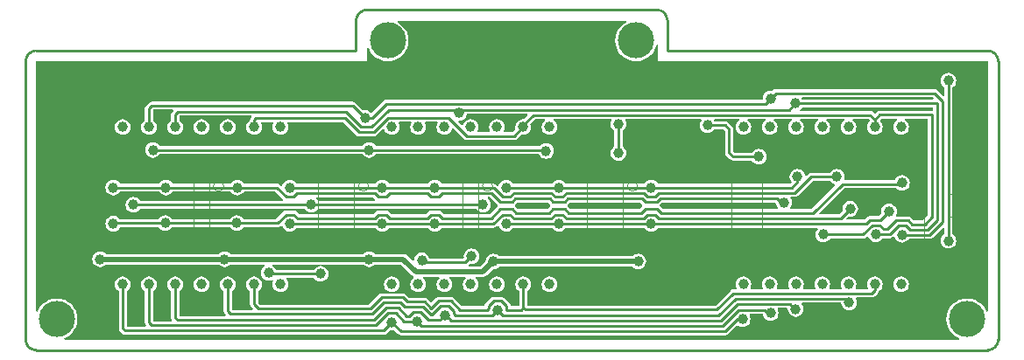
<source format=gtl>
G04 Layer_Physical_Order=1*
G04 Layer_Color=255*
%FSLAX42Y42*%
%MOMM*%
G71*
G01*
G75*
%ADD10C,0.25*%
%ADD11C,0.50*%
%ADD12C,0.25*%
%ADD13C,0.10*%
%ADD14C,3.50*%
%ADD15C,1.00*%
G36*
X5807Y3177D02*
X5788Y3167D01*
X5758Y3142D01*
X5733Y3112D01*
X5714Y3077D01*
X5703Y3039D01*
X5699Y3000D01*
X5703Y2961D01*
X5714Y2923D01*
X5733Y2888D01*
X5758Y2858D01*
X5788Y2833D01*
X5823Y2814D01*
X5861Y2802D01*
X5900Y2799D01*
X5939Y2802D01*
X5977Y2814D01*
X6012Y2833D01*
X6042Y2858D01*
X6067Y2888D01*
X6086Y2923D01*
X6098Y2961D01*
X6110Y2959D01*
Y2800D01*
X9300D01*
Y375D01*
X9287Y373D01*
X9286Y377D01*
X9267Y412D01*
X9242Y442D01*
X9212Y467D01*
X9177Y486D01*
X9139Y498D01*
X9100Y501D01*
X9061Y498D01*
X9023Y486D01*
X8988Y467D01*
X8958Y442D01*
X8933Y412D01*
X8914Y377D01*
X8903Y339D01*
X8899Y300D01*
X8903Y261D01*
X8914Y223D01*
X8933Y188D01*
X8958Y158D01*
X8988Y133D01*
X9023Y114D01*
X9027Y113D01*
X9025Y100D01*
X375D01*
X373Y113D01*
X377Y114D01*
X412Y133D01*
X442Y158D01*
X467Y188D01*
X486Y223D01*
X498Y261D01*
X501Y300D01*
X498Y339D01*
X486Y377D01*
X467Y412D01*
X442Y442D01*
X412Y467D01*
X377Y486D01*
X339Y498D01*
X300Y501D01*
X261Y498D01*
X223Y486D01*
X188Y467D01*
X158Y442D01*
X133Y412D01*
X114Y377D01*
X113Y373D01*
X100Y375D01*
Y2800D01*
X3300D01*
Y2925D01*
X3313Y2927D01*
X3314Y2923D01*
X3333Y2888D01*
X3358Y2858D01*
X3388Y2833D01*
X3423Y2814D01*
X3461Y2802D01*
X3500Y2799D01*
X3539Y2802D01*
X3577Y2814D01*
X3612Y2833D01*
X3642Y2858D01*
X3667Y2888D01*
X3686Y2923D01*
X3698Y2961D01*
X3701Y3000D01*
X3698Y3039D01*
X3686Y3077D01*
X3667Y3112D01*
X3642Y3142D01*
X3612Y3167D01*
X3593Y3177D01*
X3597Y3190D01*
X5803D01*
X5807Y3177D01*
D02*
G37*
%LPC*%
G36*
X5062Y714D02*
X5042Y711D01*
X5024Y704D01*
X5008Y692D01*
X4996Y676D01*
X4989Y658D01*
X4986Y638D01*
X4989Y618D01*
X4996Y600D01*
X5008Y584D01*
X5024Y572D01*
X5042Y565D01*
X5062Y562D01*
X5082Y565D01*
X5100Y572D01*
X5116Y584D01*
X5128Y600D01*
X5135Y618D01*
X5138Y638D01*
X5135Y658D01*
X5128Y676D01*
X5116Y692D01*
X5100Y704D01*
X5082Y711D01*
X5062Y714D01*
D02*
G37*
G36*
X3320Y2016D02*
X3300Y2013D01*
X3282Y2006D01*
X3266Y1994D01*
X3255Y1979D01*
X1295D01*
X1284Y1994D01*
X1268Y2006D01*
X1250Y2013D01*
X1230Y2016D01*
X1210Y2013D01*
X1192Y2006D01*
X1176Y1994D01*
X1164Y1978D01*
X1157Y1960D01*
X1154Y1940D01*
X1157Y1920D01*
X1164Y1902D01*
X1176Y1886D01*
X1192Y1874D01*
X1210Y1867D01*
X1230Y1864D01*
X1250Y1867D01*
X1268Y1874D01*
X1284Y1886D01*
X1295Y1901D01*
X3255D01*
X3266Y1886D01*
X3282Y1874D01*
X3300Y1867D01*
X3320Y1864D01*
X3340Y1867D01*
X3358Y1874D01*
X3374Y1886D01*
X3385Y1901D01*
X4960D01*
X4964Y1892D01*
X4976Y1876D01*
X4992Y1864D01*
X5010Y1857D01*
X5030Y1854D01*
X5050Y1857D01*
X5068Y1864D01*
X5084Y1876D01*
X5096Y1892D01*
X5103Y1910D01*
X5106Y1930D01*
X5103Y1950D01*
X5096Y1968D01*
X5084Y1984D01*
X5068Y1996D01*
X5050Y2003D01*
X5030Y2006D01*
X5010Y2003D01*
X4992Y1996D01*
X4976Y1984D01*
X4972Y1979D01*
X3385D01*
X3374Y1994D01*
X3358Y2006D01*
X3340Y2013D01*
X3320Y2016D01*
D02*
G37*
G36*
X938Y2238D02*
X918Y2235D01*
X900Y2228D01*
X884Y2216D01*
X872Y2200D01*
X865Y2182D01*
X862Y2162D01*
X865Y2142D01*
X872Y2124D01*
X884Y2108D01*
X900Y2096D01*
X918Y2089D01*
X938Y2086D01*
X958Y2089D01*
X976Y2096D01*
X992Y2108D01*
X1004Y2124D01*
X1011Y2142D01*
X1014Y2162D01*
X1011Y2182D01*
X1004Y2200D01*
X992Y2216D01*
X976Y2228D01*
X958Y2235D01*
X938Y2238D01*
D02*
G37*
G36*
X4310Y986D02*
X4290Y983D01*
X4272Y976D01*
X4256Y964D01*
X4244Y948D01*
X4237Y930D01*
X4234Y910D01*
X4235Y901D01*
X4224Y889D01*
X3904D01*
X3903Y890D01*
X3896Y908D01*
X3884Y924D01*
X3868Y936D01*
X3850Y943D01*
X3830Y946D01*
X3810Y943D01*
X3792Y936D01*
X3776Y924D01*
X3764Y908D01*
X3757Y890D01*
X3754Y870D01*
X3754Y866D01*
X3742Y860D01*
X3685Y917D01*
X3669Y928D01*
X3649Y932D01*
X3375D01*
X3373Y935D01*
X3357Y947D01*
X3339Y954D01*
X3319Y957D01*
X3299Y954D01*
X3281Y947D01*
X3265Y935D01*
X3263Y932D01*
X1977D01*
X1975Y935D01*
X1959Y947D01*
X1941Y954D01*
X1921Y957D01*
X1901Y954D01*
X1883Y947D01*
X1867Y935D01*
X1865Y932D01*
X775D01*
X773Y935D01*
X757Y947D01*
X739Y954D01*
X719Y957D01*
X699Y954D01*
X681Y947D01*
X665Y935D01*
X653Y919D01*
X646Y901D01*
X643Y881D01*
X646Y861D01*
X653Y843D01*
X665Y827D01*
X681Y815D01*
X699Y808D01*
X719Y805D01*
X739Y808D01*
X757Y815D01*
X773Y827D01*
X775Y830D01*
X1865D01*
X1867Y827D01*
X1883Y815D01*
X1901Y808D01*
X1921Y805D01*
X1941Y808D01*
X1959Y815D01*
X1975Y827D01*
X1977Y830D01*
X2312D01*
X2315Y817D01*
X2312Y816D01*
X2296Y804D01*
X2284Y788D01*
X2277Y770D01*
X2274Y750D01*
X2277Y730D01*
X2284Y712D01*
X2296Y696D01*
X2312Y684D01*
X2330Y677D01*
X2350Y674D01*
X2370Y677D01*
X2386Y683D01*
X2391Y679D01*
X2395Y674D01*
X2389Y658D01*
X2386Y638D01*
X2389Y618D01*
X2396Y600D01*
X2408Y584D01*
X2424Y572D01*
X2442Y565D01*
X2462Y562D01*
X2482Y565D01*
X2500Y572D01*
X2516Y584D01*
X2528Y600D01*
X2535Y618D01*
X2538Y638D01*
X2535Y658D01*
X2528Y676D01*
X2518Y688D01*
X2523Y701D01*
X2785D01*
X2796Y686D01*
X2812Y674D01*
X2830Y667D01*
X2850Y664D01*
X2870Y667D01*
X2888Y674D01*
X2904Y686D01*
X2916Y702D01*
X2923Y720D01*
X2926Y740D01*
X2923Y760D01*
X2916Y778D01*
X2904Y794D01*
X2888Y806D01*
X2870Y813D01*
X2850Y816D01*
X2830Y813D01*
X2812Y806D01*
X2796Y794D01*
X2785Y779D01*
X2420D01*
X2416Y788D01*
X2404Y804D01*
X2388Y816D01*
X2385Y817D01*
X2388Y830D01*
X3263D01*
X3265Y827D01*
X3281Y815D01*
X3299Y808D01*
X3319Y805D01*
X3339Y808D01*
X3357Y815D01*
X3373Y827D01*
X3375Y830D01*
X3628D01*
X3734Y724D01*
X3748Y714D01*
X3749Y704D01*
X3749Y700D01*
X3738Y692D01*
X3726Y676D01*
X3719Y658D01*
X3716Y638D01*
X3719Y618D01*
X3726Y600D01*
X3738Y584D01*
X3754Y572D01*
X3772Y565D01*
X3792Y562D01*
X3812Y565D01*
X3830Y572D01*
X3846Y584D01*
X3858Y600D01*
X3865Y618D01*
X3868Y638D01*
X3865Y658D01*
X3858Y676D01*
X3846Y692D01*
X3840Y696D01*
X3845Y709D01*
X3993D01*
X3998Y696D01*
X3992Y692D01*
X3980Y676D01*
X3973Y658D01*
X3970Y638D01*
X3973Y618D01*
X3980Y600D01*
X3992Y584D01*
X4008Y572D01*
X4026Y565D01*
X4046Y562D01*
X4066Y565D01*
X4084Y572D01*
X4100Y584D01*
X4112Y600D01*
X4119Y618D01*
X4122Y638D01*
X4119Y658D01*
X4112Y676D01*
X4100Y692D01*
X4094Y696D01*
X4099Y709D01*
X4247D01*
X4252Y696D01*
X4246Y692D01*
X4234Y676D01*
X4227Y658D01*
X4224Y638D01*
X4227Y618D01*
X4234Y600D01*
X4246Y584D01*
X4262Y572D01*
X4280Y565D01*
X4300Y562D01*
X4320Y565D01*
X4338Y572D01*
X4354Y584D01*
X4366Y600D01*
X4373Y618D01*
X4376Y638D01*
X4373Y658D01*
X4366Y676D01*
X4354Y692D01*
X4348Y696D01*
X4353Y709D01*
X4420D01*
X4440Y713D01*
X4456Y724D01*
X4517Y784D01*
X4520Y784D01*
X4540Y787D01*
X4558Y794D01*
X4574Y806D01*
X4576Y809D01*
X5864D01*
X5866Y806D01*
X5882Y794D01*
X5900Y787D01*
X5920Y784D01*
X5940Y787D01*
X5958Y794D01*
X5974Y806D01*
X5986Y822D01*
X5993Y840D01*
X5996Y860D01*
X5993Y880D01*
X5986Y898D01*
X5974Y914D01*
X5958Y926D01*
X5940Y933D01*
X5920Y936D01*
X5900Y933D01*
X5882Y926D01*
X5866Y914D01*
X5864Y911D01*
X4576D01*
X4574Y914D01*
X4558Y926D01*
X4540Y933D01*
X4520Y936D01*
X4500Y933D01*
X4482Y926D01*
X4466Y914D01*
X4454Y898D01*
X4447Y880D01*
X4444Y860D01*
X4444Y857D01*
X4399Y811D01*
X4284D01*
X4280Y818D01*
X4279Y824D01*
X4291Y836D01*
X4310Y834D01*
X4330Y837D01*
X4348Y844D01*
X4364Y856D01*
X4376Y872D01*
X4383Y890D01*
X4386Y910D01*
X4383Y930D01*
X4376Y948D01*
X4364Y964D01*
X4348Y976D01*
X4330Y983D01*
X4310Y986D01*
D02*
G37*
G36*
X8208Y714D02*
X8188Y711D01*
X8170Y704D01*
X8154Y692D01*
X8142Y676D01*
X8135Y658D01*
X8132Y638D01*
X8135Y618D01*
X8142Y601D01*
X8137Y590D01*
X8137Y589D01*
X8025D01*
X8025Y590D01*
X8020Y601D01*
X8027Y618D01*
X8030Y638D01*
X8027Y658D01*
X8020Y676D01*
X8008Y692D01*
X7992Y704D01*
X7974Y711D01*
X7954Y714D01*
X7934Y711D01*
X7916Y704D01*
X7900Y692D01*
X7888Y676D01*
X7881Y658D01*
X7878Y638D01*
X7881Y618D01*
X7888Y601D01*
X7883Y590D01*
X7883Y589D01*
X7771D01*
X7771Y590D01*
X7766Y601D01*
X7773Y618D01*
X7776Y638D01*
X7773Y658D01*
X7766Y676D01*
X7754Y692D01*
X7738Y704D01*
X7720Y711D01*
X7700Y714D01*
X7680Y711D01*
X7662Y704D01*
X7646Y692D01*
X7634Y676D01*
X7627Y658D01*
X7624Y638D01*
X7627Y618D01*
X7634Y601D01*
X7629Y590D01*
X7629Y589D01*
X7517D01*
X7517Y590D01*
X7512Y601D01*
X7519Y618D01*
X7522Y638D01*
X7519Y658D01*
X7512Y676D01*
X7500Y692D01*
X7484Y704D01*
X7466Y711D01*
X7446Y714D01*
X7426Y711D01*
X7408Y704D01*
X7392Y692D01*
X7380Y676D01*
X7373Y658D01*
X7370Y638D01*
X7373Y618D01*
X7380Y601D01*
X7375Y590D01*
X7375Y589D01*
X7263D01*
X7263Y590D01*
X7258Y601D01*
X7265Y618D01*
X7268Y638D01*
X7265Y658D01*
X7258Y676D01*
X7246Y692D01*
X7230Y704D01*
X7212Y711D01*
X7192Y714D01*
X7172Y711D01*
X7154Y704D01*
X7138Y692D01*
X7126Y676D01*
X7119Y658D01*
X7116Y638D01*
X7119Y618D01*
X7125Y602D01*
X7120Y590D01*
X7113D01*
X7108Y589D01*
X7009D01*
X7009Y590D01*
X7004Y601D01*
X7011Y618D01*
X7014Y638D01*
X7011Y658D01*
X7004Y676D01*
X6992Y692D01*
X6976Y704D01*
X6958Y711D01*
X6938Y714D01*
X6918Y711D01*
X6900Y704D01*
X6884Y692D01*
X6872Y676D01*
X6865Y658D01*
X6862Y638D01*
X6865Y618D01*
X6872Y601D01*
X6867Y590D01*
X6867Y589D01*
X6840D01*
X6825Y586D01*
X6812Y577D01*
X6665Y430D01*
X4847D01*
Y573D01*
X4862Y584D01*
X4874Y600D01*
X4881Y618D01*
X4884Y638D01*
X4881Y658D01*
X4874Y676D01*
X4862Y692D01*
X4846Y704D01*
X4828Y711D01*
X4808Y714D01*
X4788Y711D01*
X4770Y704D01*
X4754Y692D01*
X4742Y676D01*
X4735Y658D01*
X4732Y638D01*
X4735Y618D01*
X4742Y600D01*
X4754Y584D01*
X4769Y573D01*
Y429D01*
X4686D01*
X4684Y441D01*
X4676Y454D01*
X4624Y506D01*
X4611Y514D01*
X4596Y517D01*
X4524D01*
X4509Y514D01*
X4496Y506D01*
X4444Y454D01*
X4436Y441D01*
X4434Y429D01*
X4213D01*
X4135Y506D01*
X4122Y515D01*
X4108Y518D01*
X4096D01*
X4090Y519D01*
X4084Y518D01*
X3992D01*
X3978Y515D01*
X3965Y506D01*
X3921Y462D01*
X3886Y497D01*
X3873Y506D01*
X3859Y509D01*
X3702D01*
X3672Y538D01*
X3660Y546D01*
X3645Y549D01*
X3440D01*
X3426Y546D01*
X3413Y538D01*
X3314Y439D01*
X2266D01*
X2247Y458D01*
Y573D01*
X2262Y584D01*
X2274Y600D01*
X2281Y618D01*
X2284Y638D01*
X2281Y658D01*
X2274Y676D01*
X2262Y692D01*
X2246Y704D01*
X2228Y711D01*
X2208Y714D01*
X2188Y711D01*
X2170Y704D01*
X2154Y692D01*
X2142Y676D01*
X2135Y658D01*
X2132Y638D01*
X2135Y618D01*
X2142Y600D01*
X2154Y584D01*
X2169Y573D01*
Y442D01*
X2172Y427D01*
X2181Y415D01*
X2195Y400D01*
X2190Y388D01*
X1997D01*
X1993Y392D01*
Y573D01*
X2008Y584D01*
X2020Y600D01*
X2027Y618D01*
X2030Y638D01*
X2027Y658D01*
X2020Y676D01*
X2008Y692D01*
X1992Y704D01*
X1974Y711D01*
X1954Y714D01*
X1934Y711D01*
X1916Y704D01*
X1900Y692D01*
X1888Y676D01*
X1881Y658D01*
X1878Y638D01*
X1881Y618D01*
X1888Y600D01*
X1900Y584D01*
X1915Y573D01*
Y376D01*
X1918Y361D01*
X1927Y349D01*
X1934Y341D01*
X1929Y330D01*
X1485D01*
X1485Y330D01*
Y573D01*
X1500Y584D01*
X1512Y600D01*
X1519Y618D01*
X1522Y638D01*
X1519Y658D01*
X1512Y676D01*
X1500Y692D01*
X1484Y704D01*
X1466Y711D01*
X1446Y714D01*
X1426Y711D01*
X1408Y704D01*
X1392Y692D01*
X1380Y676D01*
X1373Y658D01*
X1370Y638D01*
X1373Y618D01*
X1380Y600D01*
X1392Y584D01*
X1407Y573D01*
Y314D01*
X1410Y299D01*
X1415Y292D01*
X1409Y279D01*
X1236D01*
X1231Y284D01*
Y573D01*
X1246Y584D01*
X1258Y600D01*
X1265Y618D01*
X1268Y638D01*
X1265Y658D01*
X1258Y676D01*
X1246Y692D01*
X1230Y704D01*
X1212Y711D01*
X1192Y714D01*
X1172Y711D01*
X1154Y704D01*
X1138Y692D01*
X1126Y676D01*
X1119Y658D01*
X1116Y638D01*
X1119Y618D01*
X1126Y600D01*
X1138Y584D01*
X1153Y573D01*
Y268D01*
X1156Y253D01*
X1165Y241D01*
X1166Y239D01*
X1161Y227D01*
X979D01*
Y574D01*
X992Y584D01*
X1004Y600D01*
X1011Y618D01*
X1014Y638D01*
X1011Y658D01*
X1004Y676D01*
X992Y692D01*
X976Y704D01*
X958Y711D01*
X938Y714D01*
X918Y711D01*
X900Y704D01*
X884Y692D01*
X872Y676D01*
X865Y658D01*
X862Y638D01*
X865Y618D01*
X872Y600D01*
X884Y584D01*
X900Y572D01*
X901Y572D01*
Y210D01*
X904Y195D01*
X913Y183D01*
X934Y161D01*
X947Y153D01*
X962Y150D01*
X3458D01*
X3473Y153D01*
X3486Y161D01*
X3521Y196D01*
X3540Y194D01*
X3559Y196D01*
X3599Y156D01*
X3612Y147D01*
X3627Y144D01*
X6763D01*
X6778Y147D01*
X6791Y156D01*
X6879Y244D01*
X6892Y234D01*
X6910Y227D01*
X6930Y224D01*
X6950Y227D01*
X6968Y234D01*
X6984Y246D01*
X6996Y262D01*
X7003Y280D01*
X7006Y300D01*
X7003Y320D01*
X6996Y337D01*
X7001Y348D01*
X7001Y349D01*
X7125D01*
X7127Y340D01*
X7134Y322D01*
X7146Y306D01*
X7162Y294D01*
X7180Y287D01*
X7200Y284D01*
X7220Y287D01*
X7238Y294D01*
X7254Y306D01*
X7266Y322D01*
X7273Y340D01*
X7276Y360D01*
X7273Y380D01*
X7266Y397D01*
X7271Y408D01*
X7271Y409D01*
X7359D01*
X7367Y400D01*
X7367Y398D01*
X7370Y378D01*
X7377Y360D01*
X7389Y344D01*
X7405Y332D01*
X7423Y324D01*
X7443Y321D01*
X7463Y324D01*
X7481Y332D01*
X7497Y344D01*
X7509Y360D01*
X7517Y378D01*
X7519Y398D01*
X7517Y417D01*
X7509Y436D01*
X7500Y448D01*
X7505Y460D01*
X7884D01*
X7884Y460D01*
X7887Y440D01*
X7894Y422D01*
X7906Y406D01*
X7922Y394D01*
X7940Y387D01*
X7960Y384D01*
X7980Y387D01*
X7998Y394D01*
X8014Y406D01*
X8026Y422D01*
X8033Y440D01*
X8036Y460D01*
X8033Y480D01*
X8026Y498D01*
X8025Y500D01*
X8030Y511D01*
X8180D01*
X8195Y514D01*
X8207Y522D01*
X8235Y551D01*
X8244Y563D01*
X8246Y572D01*
X8246Y572D01*
X8262Y584D01*
X8274Y600D01*
X8281Y618D01*
X8284Y638D01*
X8281Y658D01*
X8274Y676D01*
X8262Y692D01*
X8246Y704D01*
X8228Y711D01*
X8208Y714D01*
D02*
G37*
G36*
X8462D02*
X8442Y711D01*
X8424Y704D01*
X8408Y692D01*
X8396Y676D01*
X8389Y658D01*
X8386Y638D01*
X8389Y618D01*
X8396Y600D01*
X8408Y584D01*
X8424Y572D01*
X8442Y565D01*
X8462Y562D01*
X8482Y565D01*
X8500Y572D01*
X8516Y584D01*
X8528Y600D01*
X8535Y618D01*
X8538Y638D01*
X8535Y658D01*
X8528Y676D01*
X8516Y692D01*
X8500Y704D01*
X8482Y711D01*
X8462Y714D01*
D02*
G37*
G36*
X3538D02*
X3518Y711D01*
X3500Y704D01*
X3484Y692D01*
X3472Y676D01*
X3465Y658D01*
X3462Y638D01*
X3465Y618D01*
X3472Y600D01*
X3484Y584D01*
X3500Y572D01*
X3518Y565D01*
X3538Y562D01*
X3558Y565D01*
X3576Y572D01*
X3592Y584D01*
X3604Y600D01*
X3611Y618D01*
X3614Y638D01*
X3611Y658D01*
X3604Y676D01*
X3592Y692D01*
X3576Y704D01*
X3558Y711D01*
X3538Y714D01*
D02*
G37*
G36*
X1700D02*
X1680Y711D01*
X1662Y704D01*
X1646Y692D01*
X1634Y676D01*
X1627Y658D01*
X1624Y638D01*
X1627Y618D01*
X1634Y600D01*
X1646Y584D01*
X1662Y572D01*
X1680Y565D01*
X1700Y562D01*
X1720Y565D01*
X1738Y572D01*
X1754Y584D01*
X1766Y600D01*
X1773Y618D01*
X1776Y638D01*
X1773Y658D01*
X1766Y676D01*
X1754Y692D01*
X1738Y704D01*
X1720Y711D01*
X1700Y714D01*
D02*
G37*
G36*
X8920Y2686D02*
X8900Y2683D01*
X8882Y2676D01*
X8866Y2664D01*
X8854Y2648D01*
X8847Y2630D01*
X8844Y2610D01*
X8847Y2590D01*
X8854Y2572D01*
X8866Y2556D01*
X8881Y2545D01*
Y2462D01*
X8869Y2457D01*
X8809Y2517D01*
X8797Y2526D01*
X8782Y2529D01*
X7250D01*
X7235Y2526D01*
X7223Y2517D01*
X7219Y2514D01*
X7200Y2516D01*
X7180Y2513D01*
X7162Y2506D01*
X7146Y2494D01*
X7134Y2478D01*
X7127Y2460D01*
X7124Y2440D01*
X7124Y2436D01*
X7116Y2427D01*
X3488D01*
X3473Y2424D01*
X3461Y2416D01*
X3347Y2302D01*
X3335Y2303D01*
X3334Y2304D01*
X3318Y2316D01*
X3300Y2324D01*
X3280Y2326D01*
X3261Y2324D01*
X3188Y2397D01*
X3175Y2406D01*
X3160Y2409D01*
X1220D01*
X1205Y2406D01*
X1193Y2397D01*
X1165Y2369D01*
X1156Y2357D01*
X1153Y2342D01*
Y2227D01*
X1138Y2216D01*
X1126Y2200D01*
X1119Y2182D01*
X1116Y2162D01*
X1119Y2142D01*
X1126Y2124D01*
X1138Y2108D01*
X1154Y2096D01*
X1172Y2089D01*
X1192Y2086D01*
X1212Y2089D01*
X1230Y2096D01*
X1246Y2108D01*
X1258Y2124D01*
X1265Y2142D01*
X1268Y2162D01*
X1265Y2182D01*
X1258Y2200D01*
X1246Y2216D01*
X1231Y2227D01*
Y2326D01*
X1236Y2331D01*
X1420D01*
X1424Y2319D01*
X1419Y2313D01*
X1410Y2301D01*
X1407Y2286D01*
Y2227D01*
X1392Y2216D01*
X1380Y2200D01*
X1373Y2182D01*
X1370Y2162D01*
X1373Y2142D01*
X1380Y2124D01*
X1392Y2108D01*
X1408Y2096D01*
X1426Y2089D01*
X1446Y2086D01*
X1466Y2089D01*
X1484Y2096D01*
X1500Y2108D01*
X1512Y2124D01*
X1519Y2142D01*
X1522Y2162D01*
X1519Y2182D01*
X1512Y2200D01*
X1500Y2216D01*
X1485Y2227D01*
Y2270D01*
X1486Y2271D01*
X2178D01*
X2182Y2259D01*
X2181Y2257D01*
X2172Y2245D01*
X2169Y2230D01*
Y2227D01*
X2154Y2216D01*
X2142Y2200D01*
X2135Y2182D01*
X2132Y2162D01*
X2135Y2142D01*
X2142Y2124D01*
X2154Y2108D01*
X2170Y2096D01*
X2188Y2089D01*
X2208Y2086D01*
X2228Y2089D01*
X2246Y2096D01*
X2262Y2108D01*
X2274Y2124D01*
X2281Y2142D01*
X2284Y2162D01*
X2281Y2182D01*
X2274Y2199D01*
X2279Y2210D01*
X2279Y2211D01*
X2391D01*
X2391Y2210D01*
X2396Y2199D01*
X2389Y2182D01*
X2386Y2162D01*
X2389Y2142D01*
X2396Y2124D01*
X2408Y2108D01*
X2424Y2096D01*
X2442Y2089D01*
X2462Y2086D01*
X2482Y2089D01*
X2500Y2096D01*
X2516Y2108D01*
X2528Y2124D01*
X2535Y2142D01*
X2538Y2162D01*
X2535Y2182D01*
X2528Y2199D01*
X2533Y2210D01*
X2533Y2211D01*
X3068D01*
X3195Y2084D01*
X3208Y2075D01*
X3223Y2072D01*
X3363D01*
X3377Y2075D01*
X3390Y2084D01*
X3453Y2146D01*
X3454Y2146D01*
X3465Y2141D01*
X3472Y2124D01*
X3484Y2108D01*
X3500Y2096D01*
X3518Y2089D01*
X3538Y2086D01*
X3558Y2089D01*
X3576Y2096D01*
X3592Y2108D01*
X3604Y2124D01*
X3611Y2142D01*
X3614Y2162D01*
X3611Y2182D01*
X3604Y2200D01*
X3603Y2201D01*
X3609Y2212D01*
X3721D01*
X3727Y2201D01*
X3726Y2200D01*
X3719Y2182D01*
X3716Y2162D01*
X3719Y2142D01*
X3726Y2124D01*
X3738Y2108D01*
X3754Y2096D01*
X3772Y2089D01*
X3792Y2086D01*
X3812Y2089D01*
X3830Y2096D01*
X3846Y2108D01*
X3858Y2124D01*
X3865Y2142D01*
X3868Y2162D01*
X3865Y2182D01*
X3858Y2200D01*
X3857Y2201D01*
X3863Y2212D01*
X3975D01*
X3981Y2201D01*
X3980Y2200D01*
X3973Y2182D01*
X3970Y2162D01*
X3973Y2142D01*
X3980Y2124D01*
X3992Y2108D01*
X4008Y2096D01*
X4026Y2089D01*
X4046Y2086D01*
X4066Y2089D01*
X4084Y2096D01*
X4100Y2108D01*
X4112Y2124D01*
X4119Y2142D01*
X4120Y2146D01*
X4132Y2150D01*
X4236Y2046D01*
X4249Y2038D01*
X4264Y2035D01*
X4720D01*
X4735Y2038D01*
X4747Y2046D01*
X4789Y2088D01*
X4808Y2086D01*
X4828Y2089D01*
X4846Y2096D01*
X4862Y2108D01*
X4874Y2124D01*
X4881Y2142D01*
X4884Y2162D01*
X4881Y2182D01*
X4877Y2194D01*
X4922Y2239D01*
X5019D01*
X5022Y2233D01*
X5022Y2227D01*
X5008Y2216D01*
X4996Y2200D01*
X4989Y2182D01*
X4986Y2162D01*
X4989Y2142D01*
X4996Y2124D01*
X5008Y2108D01*
X5024Y2096D01*
X5042Y2089D01*
X5062Y2086D01*
X5082Y2089D01*
X5100Y2096D01*
X5116Y2108D01*
X5128Y2124D01*
X5135Y2142D01*
X5138Y2162D01*
X5135Y2182D01*
X5128Y2200D01*
X5116Y2216D01*
X5102Y2227D01*
X5102Y2233D01*
X5105Y2239D01*
X5659D01*
X5659Y2238D01*
X5664Y2227D01*
X5657Y2210D01*
X5654Y2190D01*
X5657Y2170D01*
X5664Y2152D01*
X5676Y2136D01*
X5691Y2125D01*
Y1975D01*
X5676Y1964D01*
X5664Y1948D01*
X5657Y1930D01*
X5654Y1910D01*
X5657Y1890D01*
X5664Y1872D01*
X5676Y1856D01*
X5692Y1844D01*
X5710Y1837D01*
X5730Y1834D01*
X5750Y1837D01*
X5768Y1844D01*
X5784Y1856D01*
X5796Y1872D01*
X5803Y1890D01*
X5806Y1910D01*
X5803Y1930D01*
X5796Y1948D01*
X5784Y1964D01*
X5769Y1975D01*
Y2125D01*
X5784Y2136D01*
X5796Y2152D01*
X5803Y2170D01*
X5806Y2190D01*
X5803Y2210D01*
X5796Y2227D01*
X5801Y2238D01*
X5801Y2239D01*
X6524D01*
X6531Y2227D01*
X6524Y2218D01*
X6517Y2200D01*
X6514Y2180D01*
X6517Y2160D01*
X6524Y2142D01*
X6536Y2126D01*
X6552Y2114D01*
X6570Y2107D01*
X6590Y2104D01*
X6610Y2107D01*
X6628Y2114D01*
X6644Y2126D01*
X6655Y2141D01*
X6744D01*
X6761Y2124D01*
Y1910D01*
X6764Y1895D01*
X6773Y1883D01*
X6808Y1848D01*
X6820Y1839D01*
X6835Y1836D01*
X7020D01*
X7031Y1821D01*
X7047Y1809D01*
X7065Y1802D01*
X7085Y1799D01*
X7105Y1802D01*
X7123Y1809D01*
X7139Y1821D01*
X7151Y1837D01*
X7158Y1855D01*
X7161Y1875D01*
X7158Y1895D01*
X7151Y1913D01*
X7139Y1929D01*
X7123Y1941D01*
X7105Y1948D01*
X7085Y1951D01*
X7065Y1948D01*
X7047Y1941D01*
X7031Y1929D01*
X7020Y1914D01*
X6851D01*
X6839Y1926D01*
Y2140D01*
X6836Y2155D01*
X6827Y2167D01*
X6787Y2207D01*
X6775Y2216D01*
X6760Y2219D01*
X6658D01*
X6652Y2228D01*
X6658Y2239D01*
X6895D01*
X6898Y2233D01*
X6898Y2227D01*
X6884Y2216D01*
X6872Y2200D01*
X6865Y2182D01*
X6862Y2162D01*
X6865Y2142D01*
X6872Y2124D01*
X6884Y2108D01*
X6900Y2096D01*
X6918Y2089D01*
X6938Y2086D01*
X6958Y2089D01*
X6976Y2096D01*
X6992Y2108D01*
X7004Y2124D01*
X7011Y2142D01*
X7014Y2162D01*
X7011Y2182D01*
X7004Y2200D01*
X6992Y2216D01*
X6978Y2227D01*
X6978Y2233D01*
X6981Y2239D01*
X7149D01*
X7152Y2233D01*
X7152Y2227D01*
X7138Y2216D01*
X7126Y2200D01*
X7119Y2182D01*
X7116Y2162D01*
X7119Y2142D01*
X7126Y2124D01*
X7138Y2108D01*
X7154Y2096D01*
X7172Y2089D01*
X7192Y2086D01*
X7212Y2089D01*
X7230Y2096D01*
X7246Y2108D01*
X7258Y2124D01*
X7265Y2142D01*
X7268Y2162D01*
X7265Y2182D01*
X7258Y2200D01*
X7246Y2216D01*
X7232Y2227D01*
X7232Y2233D01*
X7235Y2239D01*
X7403D01*
X7406Y2233D01*
X7406Y2227D01*
X7392Y2216D01*
X7380Y2200D01*
X7373Y2182D01*
X7370Y2162D01*
X7373Y2142D01*
X7380Y2124D01*
X7392Y2108D01*
X7408Y2096D01*
X7426Y2089D01*
X7446Y2086D01*
X7466Y2089D01*
X7484Y2096D01*
X7500Y2108D01*
X7512Y2124D01*
X7519Y2142D01*
X7522Y2162D01*
X7519Y2182D01*
X7512Y2200D01*
X7500Y2216D01*
X7486Y2227D01*
X7486Y2233D01*
X7489Y2239D01*
X7657D01*
X7660Y2233D01*
X7660Y2227D01*
X7646Y2216D01*
X7634Y2200D01*
X7627Y2182D01*
X7624Y2162D01*
X7627Y2142D01*
X7634Y2124D01*
X7646Y2108D01*
X7662Y2096D01*
X7680Y2089D01*
X7700Y2086D01*
X7720Y2089D01*
X7738Y2096D01*
X7754Y2108D01*
X7766Y2124D01*
X7773Y2142D01*
X7776Y2162D01*
X7773Y2182D01*
X7766Y2200D01*
X7754Y2216D01*
X7740Y2227D01*
X7740Y2233D01*
X7743Y2239D01*
X7911D01*
X7914Y2233D01*
X7914Y2227D01*
X7900Y2216D01*
X7888Y2200D01*
X7881Y2182D01*
X7878Y2162D01*
X7881Y2142D01*
X7888Y2124D01*
X7900Y2108D01*
X7916Y2096D01*
X7934Y2089D01*
X7954Y2086D01*
X7974Y2089D01*
X7992Y2096D01*
X8008Y2108D01*
X8020Y2124D01*
X8027Y2142D01*
X8030Y2162D01*
X8027Y2182D01*
X8020Y2200D01*
X8008Y2216D01*
X7994Y2227D01*
X7994Y2233D01*
X7997Y2239D01*
X8146D01*
X8156Y2229D01*
X8155Y2216D01*
X8154Y2216D01*
X8142Y2200D01*
X8135Y2182D01*
X8132Y2162D01*
X8135Y2142D01*
X8142Y2124D01*
X8154Y2108D01*
X8170Y2096D01*
X8188Y2089D01*
X8208Y2086D01*
X8228Y2089D01*
X8246Y2096D01*
X8262Y2108D01*
X8274Y2124D01*
X8281Y2142D01*
X8284Y2162D01*
X8281Y2182D01*
X8274Y2200D01*
X8262Y2216D01*
X8261Y2216D01*
X8260Y2229D01*
X8272Y2241D01*
X8423D01*
X8425Y2228D01*
X8424Y2228D01*
X8408Y2216D01*
X8396Y2200D01*
X8389Y2182D01*
X8386Y2162D01*
X8389Y2142D01*
X8396Y2124D01*
X8408Y2108D01*
X8424Y2096D01*
X8442Y2089D01*
X8462Y2086D01*
X8482Y2089D01*
X8500Y2096D01*
X8516Y2108D01*
X8528Y2124D01*
X8535Y2142D01*
X8538Y2162D01*
X8535Y2182D01*
X8528Y2200D01*
X8516Y2216D01*
X8500Y2228D01*
X8499Y2228D01*
X8501Y2241D01*
X8721D01*
Y1306D01*
X8674Y1259D01*
X8583D01*
X8557Y1285D01*
X8544Y1293D01*
X8529Y1296D01*
X8419D01*
X8413Y1303D01*
X8412Y1306D01*
X8411Y1309D01*
X8418Y1325D01*
X8421Y1344D01*
X8418Y1364D01*
X8410Y1383D01*
X8398Y1398D01*
X8383Y1410D01*
X8364Y1418D01*
X8344Y1421D01*
X8325Y1418D01*
X8306Y1410D01*
X8291Y1398D01*
X8279Y1383D01*
X8271Y1364D01*
X8268Y1344D01*
X8271Y1326D01*
X8245Y1300D01*
X8160D01*
X8145Y1297D01*
X8132Y1289D01*
X8108Y1265D01*
X7936D01*
X7932Y1277D01*
X7951Y1296D01*
X7970Y1294D01*
X7990Y1297D01*
X8008Y1304D01*
X8024Y1316D01*
X8036Y1332D01*
X8043Y1350D01*
X8046Y1370D01*
X8043Y1390D01*
X8036Y1408D01*
X8024Y1424D01*
X8008Y1436D01*
X7990Y1443D01*
X7970Y1446D01*
X7950Y1443D01*
X7932Y1436D01*
X7916Y1424D01*
X7904Y1408D01*
X7897Y1390D01*
X7894Y1370D01*
X7896Y1351D01*
X7861Y1316D01*
X7672D01*
X7667Y1327D01*
X7911Y1571D01*
X8412D01*
X8416Y1566D01*
X8432Y1554D01*
X8450Y1547D01*
X8470Y1544D01*
X8490Y1547D01*
X8508Y1554D01*
X8524Y1566D01*
X8536Y1582D01*
X8543Y1600D01*
X8546Y1620D01*
X8543Y1640D01*
X8536Y1658D01*
X8524Y1674D01*
X8508Y1686D01*
X8490Y1693D01*
X8470Y1696D01*
X8450Y1693D01*
X8432Y1686D01*
X8416Y1674D01*
X8404Y1658D01*
X8400Y1649D01*
X7920D01*
X7914Y1657D01*
X7914Y1662D01*
X7916Y1680D01*
X7913Y1700D01*
X7906Y1718D01*
X7894Y1734D01*
X7878Y1746D01*
X7860Y1753D01*
X7840Y1756D01*
X7820Y1753D01*
X7802Y1746D01*
X7786Y1734D01*
X7775Y1719D01*
X7590D01*
X7575Y1716D01*
X7563Y1707D01*
X7546Y1691D01*
X7534Y1695D01*
X7533Y1700D01*
X7526Y1718D01*
X7514Y1734D01*
X7498Y1746D01*
X7480Y1753D01*
X7460Y1756D01*
X7440Y1753D01*
X7422Y1746D01*
X7406Y1734D01*
X7394Y1718D01*
X7387Y1700D01*
X7384Y1680D01*
X7387Y1660D01*
X7394Y1642D01*
X7404Y1629D01*
X7390Y1615D01*
X6111D01*
X6100Y1630D01*
X6084Y1642D01*
X6066Y1649D01*
X6046Y1652D01*
X6026Y1649D01*
X6008Y1642D01*
X5992Y1630D01*
X5981Y1615D01*
X5219D01*
X5208Y1630D01*
X5192Y1642D01*
X5174Y1649D01*
X5154Y1652D01*
X5134Y1649D01*
X5116Y1642D01*
X5100Y1630D01*
X5089Y1615D01*
X4711D01*
X4700Y1630D01*
X4684Y1642D01*
X4666Y1649D01*
X4646Y1652D01*
X4626Y1649D01*
X4608Y1642D01*
X4592Y1630D01*
X4580Y1614D01*
X4573Y1597D01*
X4562Y1592D01*
X4561Y1592D01*
X4551Y1601D01*
X4538Y1610D01*
X4523Y1613D01*
X4019D01*
X4008Y1628D01*
X3992Y1640D01*
X3974Y1647D01*
X3954Y1650D01*
X3934Y1647D01*
X3916Y1640D01*
X3900Y1628D01*
X3889Y1613D01*
X3511D01*
X3500Y1628D01*
X3484Y1640D01*
X3466Y1647D01*
X3446Y1650D01*
X3426Y1647D01*
X3408Y1640D01*
X3392Y1628D01*
X3381Y1613D01*
X2619D01*
X2608Y1628D01*
X2592Y1640D01*
X2574Y1647D01*
X2554Y1650D01*
X2534Y1647D01*
X2516Y1640D01*
X2500Y1628D01*
X2488Y1612D01*
X2481Y1595D01*
X2470Y1590D01*
X2469Y1590D01*
X2455Y1603D01*
X2442Y1612D01*
X2427Y1615D01*
X2111D01*
X2100Y1630D01*
X2084Y1642D01*
X2066Y1649D01*
X2046Y1652D01*
X2026Y1649D01*
X2008Y1642D01*
X1992Y1630D01*
X1981Y1615D01*
X1419D01*
X1408Y1630D01*
X1392Y1642D01*
X1374Y1649D01*
X1354Y1652D01*
X1334Y1649D01*
X1316Y1642D01*
X1300Y1630D01*
X1289Y1615D01*
X911D01*
X900Y1630D01*
X884Y1642D01*
X866Y1649D01*
X846Y1652D01*
X826Y1649D01*
X808Y1642D01*
X792Y1630D01*
X780Y1614D01*
X773Y1596D01*
X770Y1576D01*
X773Y1556D01*
X780Y1538D01*
X792Y1522D01*
X808Y1510D01*
X826Y1503D01*
X846Y1500D01*
X866Y1503D01*
X884Y1510D01*
X900Y1522D01*
X911Y1537D01*
X1289D01*
X1300Y1522D01*
X1316Y1510D01*
X1334Y1503D01*
X1354Y1500D01*
X1374Y1503D01*
X1392Y1510D01*
X1408Y1522D01*
X1419Y1537D01*
X1981D01*
X1992Y1522D01*
X2008Y1510D01*
X2026Y1503D01*
X2046Y1500D01*
X2066Y1503D01*
X2084Y1510D01*
X2100Y1522D01*
X2111Y1537D01*
X2411D01*
X2487Y1462D01*
X2483Y1449D01*
X2482Y1449D01*
X1105D01*
X1094Y1464D01*
X1078Y1476D01*
X1060Y1483D01*
X1040Y1486D01*
X1020Y1483D01*
X1002Y1476D01*
X986Y1464D01*
X974Y1448D01*
X967Y1430D01*
X964Y1410D01*
X967Y1390D01*
X974Y1372D01*
X986Y1356D01*
X1002Y1344D01*
X1020Y1337D01*
X1040Y1334D01*
X1060Y1337D01*
X1078Y1344D01*
X1094Y1356D01*
X1105Y1371D01*
X2695D01*
X2706Y1356D01*
X2722Y1344D01*
X2740Y1337D01*
X2760Y1334D01*
X2780Y1337D01*
X2798Y1344D01*
X2814Y1356D01*
X2825Y1371D01*
X4355D01*
X4366Y1356D01*
X4382Y1344D01*
X4400Y1337D01*
X4420Y1334D01*
X4440Y1337D01*
X4458Y1344D01*
X4474Y1356D01*
X4486Y1372D01*
X4493Y1390D01*
X4496Y1410D01*
X4493Y1430D01*
X4486Y1448D01*
X4474Y1464D01*
X4464Y1472D01*
X4468Y1484D01*
X4486D01*
X4561Y1410D01*
X4562Y1409D01*
Y1393D01*
X4561Y1392D01*
X4487Y1319D01*
X4041D01*
X4018Y1342D01*
X4005Y1350D01*
X3990Y1353D01*
X3918D01*
X3903Y1350D01*
X3890Y1342D01*
X3864Y1316D01*
X3536D01*
X3510Y1342D01*
X3497Y1350D01*
X3482Y1353D01*
X3410D01*
X3395Y1350D01*
X3382Y1342D01*
X3356Y1316D01*
X2644D01*
X2618Y1342D01*
X2605Y1350D01*
X2590Y1353D01*
X2518D01*
X2503Y1350D01*
X2490Y1342D01*
X2417Y1269D01*
X2105D01*
X2094Y1284D01*
X2078Y1296D01*
X2060Y1303D01*
X2040Y1306D01*
X2020Y1303D01*
X2002Y1296D01*
X1986Y1284D01*
X1975Y1269D01*
X1415D01*
X1404Y1284D01*
X1388Y1296D01*
X1370Y1303D01*
X1350Y1306D01*
X1330Y1303D01*
X1312Y1296D01*
X1296Y1284D01*
X1285Y1269D01*
X908D01*
X900Y1280D01*
X884Y1292D01*
X866Y1299D01*
X846Y1302D01*
X826Y1299D01*
X808Y1292D01*
X792Y1280D01*
X780Y1264D01*
X773Y1246D01*
X770Y1226D01*
X773Y1206D01*
X780Y1188D01*
X792Y1172D01*
X808Y1160D01*
X826Y1153D01*
X846Y1150D01*
X866Y1153D01*
X884Y1160D01*
X900Y1172D01*
X912Y1188D01*
X913Y1191D01*
X1285D01*
X1296Y1176D01*
X1312Y1164D01*
X1330Y1157D01*
X1350Y1154D01*
X1370Y1157D01*
X1388Y1164D01*
X1404Y1176D01*
X1415Y1191D01*
X1975D01*
X1986Y1176D01*
X2002Y1164D01*
X2020Y1157D01*
X2040Y1154D01*
X2060Y1157D01*
X2078Y1164D01*
X2094Y1176D01*
X2105Y1191D01*
X2433D01*
X2448Y1194D01*
X2461Y1203D01*
X2469Y1210D01*
X2470Y1210D01*
X2481Y1205D01*
X2488Y1188D01*
X2500Y1172D01*
X2516Y1160D01*
X2534Y1153D01*
X2554Y1150D01*
X2574Y1153D01*
X2592Y1160D01*
X2608Y1172D01*
X2619Y1187D01*
X3381D01*
X3392Y1172D01*
X3408Y1160D01*
X3426Y1153D01*
X3446Y1150D01*
X3466Y1153D01*
X3484Y1160D01*
X3500Y1172D01*
X3511Y1187D01*
X3889D01*
X3900Y1172D01*
X3916Y1160D01*
X3934Y1153D01*
X3954Y1150D01*
X3974Y1153D01*
X3992Y1160D01*
X4008Y1172D01*
X4019Y1187D01*
X4521D01*
X4536Y1190D01*
X4549Y1199D01*
X4561Y1210D01*
X4562Y1210D01*
X4573Y1205D01*
X4580Y1188D01*
X4592Y1172D01*
X4608Y1160D01*
X4626Y1153D01*
X4646Y1150D01*
X4666Y1153D01*
X4684Y1160D01*
X4700Y1172D01*
X4711Y1187D01*
X5089D01*
X5100Y1172D01*
X5116Y1160D01*
X5134Y1153D01*
X5154Y1150D01*
X5174Y1153D01*
X5192Y1160D01*
X5208Y1172D01*
X5219Y1187D01*
X5981D01*
X5992Y1172D01*
X6008Y1160D01*
X6026Y1153D01*
X6046Y1150D01*
X6066Y1153D01*
X6084Y1160D01*
X6100Y1172D01*
X6111Y1187D01*
X7652D01*
X7656Y1174D01*
X7656Y1174D01*
X7644Y1159D01*
X7636Y1140D01*
X7633Y1120D01*
X7636Y1101D01*
X7644Y1082D01*
X7656Y1067D01*
X7671Y1055D01*
X7690Y1047D01*
X7710Y1044D01*
X7729Y1047D01*
X7748Y1055D01*
X7763Y1067D01*
X7775Y1082D01*
X8091D01*
X8106Y1085D01*
X8118Y1093D01*
X8132Y1107D01*
X8134Y1106D01*
X8145Y1101D01*
X8152Y1084D01*
X8164Y1069D01*
X8179Y1057D01*
X8198Y1049D01*
X8218Y1046D01*
X8237Y1049D01*
X8256Y1057D01*
X8271Y1069D01*
X8283Y1084D01*
X8351D01*
X8366Y1087D01*
X8378Y1095D01*
X8386Y1103D01*
X8388Y1102D01*
X8399Y1097D01*
X8406Y1080D01*
X8418Y1065D01*
X8433Y1053D01*
X8452Y1045D01*
X8471Y1042D01*
X8491Y1045D01*
X8510Y1053D01*
X8525Y1065D01*
X8537Y1080D01*
X8738D01*
X8753Y1083D01*
X8766Y1091D01*
X8869Y1194D01*
X8881Y1190D01*
Y1125D01*
X8866Y1114D01*
X8854Y1098D01*
X8847Y1080D01*
X8844Y1060D01*
X8847Y1040D01*
X8854Y1022D01*
X8866Y1006D01*
X8882Y994D01*
X8900Y987D01*
X8920Y984D01*
X8940Y987D01*
X8958Y994D01*
X8974Y1006D01*
X8986Y1022D01*
X8993Y1040D01*
X8996Y1060D01*
X8993Y1080D01*
X8986Y1098D01*
X8974Y1114D01*
X8959Y1125D01*
Y2545D01*
X8974Y2556D01*
X8986Y2572D01*
X8993Y2590D01*
X8996Y2610D01*
X8993Y2630D01*
X8986Y2648D01*
X8974Y2664D01*
X8958Y2676D01*
X8940Y2683D01*
X8920Y2686D01*
D02*
G37*
G36*
X1700Y2238D02*
X1680Y2235D01*
X1662Y2228D01*
X1646Y2216D01*
X1634Y2200D01*
X1627Y2182D01*
X1624Y2162D01*
X1627Y2142D01*
X1634Y2124D01*
X1646Y2108D01*
X1662Y2096D01*
X1680Y2089D01*
X1700Y2086D01*
X1720Y2089D01*
X1738Y2096D01*
X1754Y2108D01*
X1766Y2124D01*
X1773Y2142D01*
X1776Y2162D01*
X1773Y2182D01*
X1766Y2200D01*
X1754Y2216D01*
X1738Y2228D01*
X1720Y2235D01*
X1700Y2238D01*
D02*
G37*
G36*
X1954D02*
X1934Y2235D01*
X1916Y2228D01*
X1900Y2216D01*
X1888Y2200D01*
X1881Y2182D01*
X1878Y2162D01*
X1881Y2142D01*
X1888Y2124D01*
X1900Y2108D01*
X1916Y2096D01*
X1934Y2089D01*
X1954Y2086D01*
X1974Y2089D01*
X1992Y2096D01*
X2008Y2108D01*
X2020Y2124D01*
X2027Y2142D01*
X2030Y2162D01*
X2027Y2182D01*
X2020Y2200D01*
X2008Y2216D01*
X1992Y2228D01*
X1974Y2235D01*
X1954Y2238D01*
D02*
G37*
G36*
X4554Y714D02*
X4534Y711D01*
X4516Y704D01*
X4500Y692D01*
X4488Y676D01*
X4481Y658D01*
X4478Y638D01*
X4481Y618D01*
X4488Y600D01*
X4500Y584D01*
X4516Y572D01*
X4534Y565D01*
X4554Y562D01*
X4574Y565D01*
X4592Y572D01*
X4608Y584D01*
X4620Y600D01*
X4627Y618D01*
X4630Y638D01*
X4627Y658D01*
X4620Y676D01*
X4608Y692D01*
X4592Y704D01*
X4574Y711D01*
X4554Y714D01*
D02*
G37*
%LPD*%
G36*
X5069Y1410D02*
X5070Y1409D01*
Y1393D01*
X5069Y1392D01*
X5043Y1366D01*
X4757D01*
X4731Y1392D01*
X4730Y1393D01*
Y1409D01*
X4731Y1410D01*
X4749Y1428D01*
X5051D01*
X5069Y1410D01*
D02*
G37*
G36*
X4851Y2278D02*
X4811Y2238D01*
X4808Y2238D01*
X4788Y2235D01*
X4770Y2228D01*
X4754Y2216D01*
X4742Y2200D01*
X4735Y2182D01*
X4732Y2162D01*
X4734Y2143D01*
X4704Y2113D01*
X4625D01*
X4625Y2114D01*
X4620Y2125D01*
X4627Y2142D01*
X4630Y2162D01*
X4627Y2182D01*
X4620Y2200D01*
X4608Y2216D01*
X4592Y2228D01*
X4574Y2235D01*
X4554Y2238D01*
X4534Y2235D01*
X4516Y2228D01*
X4500Y2216D01*
X4488Y2200D01*
X4481Y2182D01*
X4478Y2162D01*
X4481Y2142D01*
X4488Y2125D01*
X4483Y2114D01*
X4483Y2113D01*
X4371D01*
X4371Y2114D01*
X4366Y2125D01*
X4373Y2142D01*
X4376Y2162D01*
X4373Y2182D01*
X4366Y2200D01*
X4354Y2216D01*
X4338Y2228D01*
X4320Y2235D01*
X4300Y2238D01*
X4280Y2235D01*
X4262Y2228D01*
X4246Y2216D01*
X4234Y2200D01*
X4227Y2183D01*
X4216Y2178D01*
X4215Y2178D01*
X4180Y2212D01*
X4186Y2224D01*
X4190Y2224D01*
X4210Y2227D01*
X4228Y2234D01*
X4244Y2246D01*
X4256Y2262D01*
X4263Y2280D01*
X4265Y2290D01*
X4847D01*
X4851Y2278D01*
D02*
G37*
G36*
X8772Y2326D02*
X8762Y2318D01*
X8760Y2319D01*
X8256D01*
X8241Y2316D01*
X8229Y2307D01*
X8208Y2287D01*
X8189Y2306D01*
X8177Y2314D01*
X8162Y2317D01*
X7490D01*
X7485Y2330D01*
X7494Y2336D01*
X7505Y2351D01*
X8772D01*
Y2326D01*
D02*
G37*
G36*
X8776Y2441D02*
X8771Y2429D01*
X7505D01*
X7498Y2438D01*
X7504Y2451D01*
X8766D01*
X8776Y2441D01*
D02*
G37*
G36*
X3379Y1462D02*
X3375Y1449D01*
X3374Y1449D01*
X2825D01*
X2814Y1464D01*
X2808Y1468D01*
X2812Y1481D01*
X3359D01*
X3379Y1462D01*
D02*
G37*
G36*
X5961Y1410D02*
X5962Y1409D01*
Y1393D01*
X5961Y1392D01*
X5935Y1366D01*
X5265D01*
X5239Y1392D01*
X5238Y1393D01*
Y1409D01*
X5239Y1410D01*
X5257Y1428D01*
X5943D01*
X5961Y1410D01*
D02*
G37*
G36*
X7255Y1420D02*
X7257Y1410D01*
X7264Y1392D01*
X7274Y1379D01*
X7270Y1366D01*
X6157D01*
X6131Y1392D01*
X6130Y1393D01*
Y1409D01*
X6131Y1410D01*
X6149Y1428D01*
X7247D01*
X7255Y1420D01*
D02*
G37*
G36*
X7786Y1626D02*
X7802Y1614D01*
X7819Y1607D01*
X7824Y1596D01*
X7824Y1595D01*
X7596Y1366D01*
X7390D01*
X7386Y1379D01*
X7396Y1392D01*
X7403Y1410D01*
X7406Y1430D01*
X7403Y1450D01*
X7396Y1468D01*
X7392Y1474D01*
X7398Y1486D01*
X7435D01*
X7450Y1489D01*
X7463Y1498D01*
X7606Y1641D01*
X7775D01*
X7786Y1626D01*
D02*
G37*
D10*
X3320Y1940D02*
X5030D01*
X7386Y448D02*
X7443Y391D01*
X4050Y350D02*
X4115Y285D01*
X3830Y850D02*
X4250D01*
X8920Y1060D02*
Y2610D01*
X8738Y1118D02*
X8862Y1242D01*
Y2410D01*
X8782Y2490D02*
X8862Y2410D01*
X7250Y2490D02*
X8782D01*
X8810Y2390D02*
X8811Y2389D01*
Y1263D02*
Y2389D01*
X8717Y1169D02*
X8811Y1263D01*
X8760Y1290D02*
Y2280D01*
X8690Y1220D02*
X8760Y1290D01*
X1040Y1410D02*
X2760D01*
X7148Y2388D02*
X7200Y2440D01*
X3488Y2388D02*
X7148D01*
X7142Y2330D02*
X7380D01*
X7440Y2390D01*
X4906Y2278D02*
X8162D01*
X4219Y2329D02*
X7141D01*
X3350Y2250D02*
X3488Y2388D01*
X3509Y2329D02*
X4161D01*
X4190Y2300D01*
X3342Y2162D02*
X3509Y2329D01*
X3584Y2251D02*
X4086D01*
X3583Y2250D02*
X3584Y2251D01*
X3502Y2250D02*
X3583D01*
X3363Y2111D02*
X3502Y2250D01*
X3223Y2111D02*
X3363D01*
X3244Y2162D02*
X3342D01*
X4086Y2251D02*
X4264Y2074D01*
X4190Y2300D02*
X4219Y2329D01*
X4264Y2074D02*
X4720D01*
X4808Y2180D02*
X4906Y2278D01*
X3280Y2250D02*
X3350D01*
X7200Y2440D02*
X7250Y2490D01*
X7141Y2329D02*
X7142Y2330D01*
X7440Y2390D02*
X8810D01*
X8256Y2280D02*
X8760D01*
X1220Y2370D02*
X3160D01*
X1192Y2342D02*
X1220Y2370D01*
X1192Y2162D02*
Y2342D01*
X3160Y2370D02*
X3280Y2250D01*
X3096Y2310D02*
X3244Y2162D01*
X1470Y2310D02*
X3096D01*
X3084Y2250D02*
X3223Y2111D01*
X2228Y2250D02*
X3084D01*
X2208Y2230D02*
X2228Y2250D01*
X2208Y2162D02*
Y2230D01*
X1446Y2286D02*
X1470Y2310D01*
X1446Y2162D02*
Y2286D01*
X8208Y2232D02*
X8256Y2280D01*
X8162Y2278D02*
X8208Y2232D01*
X4808Y2162D02*
Y2180D01*
X6590D02*
X6760D01*
X6800Y2140D01*
X8208Y2162D02*
Y2232D01*
X4720Y2074D02*
X4808Y2162D01*
X6880Y300D02*
X6930D01*
X7172Y360D02*
X7200D01*
X6893Y388D02*
X7144D01*
X6739Y234D02*
X6893Y388D01*
X6882Y448D02*
X7386D01*
X6718Y285D02*
X6882Y448D01*
X6861Y499D02*
X7133D01*
X6697Y336D02*
X6861Y499D01*
X6840Y550D02*
X7112D01*
X6681Y392D02*
X6840Y550D01*
X4828Y392D02*
X6681D01*
X4614Y336D02*
X6697D01*
X7921Y499D02*
X7960Y460D01*
X7134Y499D02*
X7921D01*
X8208Y578D02*
Y638D01*
X8180Y550D02*
X8208Y578D01*
X7156Y550D02*
X8180D01*
X6763Y183D02*
X6880Y300D01*
X3627Y183D02*
X6763D01*
X4115Y285D02*
X6718D01*
X3826Y234D02*
X6739D01*
X7144Y388D02*
X7172Y360D01*
X7155Y551D02*
X7156Y550D01*
X7113Y551D02*
X7155D01*
X7443Y391D02*
Y398D01*
X7112Y550D02*
X7113Y551D01*
X7134Y500D02*
X7134Y499D01*
X7134Y500D02*
Y500D01*
X7133Y499D02*
X7134Y500D01*
X3458Y188D02*
X3540Y270D01*
X3627Y183D01*
X3385Y240D02*
X3504Y358D01*
X3576D01*
X3655Y280D01*
X3780D01*
X3364Y291D02*
X3482Y409D01*
X3603D01*
X3681Y331D01*
X3706D01*
X3744Y368D01*
X3351Y349D02*
X3461Y460D01*
X3624D01*
X3665Y419D01*
X3838D01*
X2250Y400D02*
X3330D01*
X3440Y511D01*
X3645D01*
X3686Y470D01*
X3859D01*
X3744Y368D02*
X3816D01*
X3838Y419D02*
X3916Y341D01*
X3859Y470D02*
X3921Y407D01*
X1981Y349D02*
X3351D01*
X2360Y740D02*
X2850D01*
X2350Y750D02*
X2360Y740D01*
X8545Y1169D02*
X8717D01*
X8472Y1118D02*
X8738D01*
X8566Y1220D02*
X8690D01*
X6800Y1910D02*
Y2140D01*
Y1910D02*
X6835Y1875D01*
X7085D01*
X2625Y1520D02*
X3375D01*
X2554Y1574D02*
X3446D01*
X2590Y1486D02*
X2625Y1520D01*
X3375D02*
X3410Y1486D01*
X2518D02*
X2590D01*
Y1314D02*
X2628Y1277D01*
X2518Y1314D02*
X2590D01*
X2554Y1226D02*
X3446D01*
X2628Y1277D02*
X3372D01*
X2760Y1410D02*
X4420D01*
X4588Y1437D02*
X4704D01*
X4502Y1523D02*
X4588Y1437D01*
X4610Y1488D02*
X4682D01*
X4523Y1574D02*
X4610Y1488D01*
X4588Y1365D02*
X4704D01*
X4504Y1280D02*
X4588Y1365D01*
X4610Y1314D02*
X4682D01*
X4521Y1226D02*
X4610Y1314D01*
X4646Y1576D02*
X5154D01*
X4682Y1488D02*
X4720Y1525D01*
X4682Y1314D02*
X4720Y1277D01*
X4733Y1467D02*
X5067D01*
X4704Y1437D02*
X4733Y1467D01*
X4704Y1365D02*
X4741Y1328D01*
X4646Y1226D02*
X5154D01*
X4741Y1328D02*
X5059D01*
X4720Y1277D02*
X5080D01*
X4025Y1280D02*
X4504D01*
X3954Y1226D02*
X4521D01*
X5080Y1277D02*
X5118Y1314D01*
X5059Y1328D02*
X5096Y1365D01*
X3520Y1277D02*
X3880D01*
X3446Y1226D02*
X3954D01*
X3482Y1314D02*
X3520Y1277D01*
X3880D02*
X3918Y1314D01*
X3482Y1486D02*
X3520Y1523D01*
X3410Y1486D02*
X3482D01*
X3918D02*
X3990D01*
X3880Y1523D02*
X3918Y1486D01*
X1230Y1940D02*
X3320D01*
X5030Y1930D02*
Y1940D01*
X5212Y1365D02*
X5249Y1328D01*
X5096Y1365D02*
X5212D01*
X5190Y1314D02*
X5228Y1277D01*
X5118Y1314D02*
X5190D01*
X5730Y1910D02*
Y2190D01*
X3830Y850D02*
Y870D01*
X8460Y1610D02*
X8470Y1620D01*
X7895Y1610D02*
X8460D01*
X7612Y1328D02*
X7895Y1610D01*
X6120Y1277D02*
X7877D01*
X6046Y1226D02*
X8125D01*
X6082Y1314D02*
X6120Y1277D01*
X7877D02*
X7970Y1370D01*
X8125Y1226D02*
X8160Y1261D01*
X6141Y1328D02*
X7612D01*
X6104Y1365D02*
X6141Y1328D01*
X5988Y1365D02*
X6104D01*
X5951Y1328D02*
X5988Y1365D01*
X5249Y1328D02*
X5951D01*
X6010Y1314D02*
X6082D01*
X5972Y1277D02*
X6010Y1314D01*
X5228Y1277D02*
X5972D01*
X5154Y1226D02*
X6046D01*
X5241Y1467D02*
X5959D01*
X5212Y1437D02*
X5241Y1467D01*
X5959D02*
X5988Y1437D01*
X8261Y1261D02*
X8344Y1344D01*
X8160Y1261D02*
X8261D01*
X8254Y1211D02*
X8291Y1173D01*
X8181Y1211D02*
X8254D01*
X8091Y1120D02*
X8181Y1211D01*
X8218Y1123D02*
X8351D01*
X8435Y1207D01*
X3990Y1314D02*
X4025Y1280D01*
X3918Y1314D02*
X3990D01*
X3410D02*
X3482D01*
X3372Y1277D02*
X3410Y1314D01*
X2433Y1230D02*
X2518Y1314D01*
X2040Y1230D02*
X2433D01*
X7263Y1467D02*
X7300Y1430D01*
X6133Y1467D02*
X7263D01*
X7300Y1430D02*
X7330D01*
X6120Y1525D02*
X7435D01*
X6046Y1576D02*
X7406D01*
X6082Y1488D02*
X6120Y1525D01*
X7435D02*
X7590Y1680D01*
X7406Y1576D02*
X7460Y1630D01*
Y1680D01*
X7590Y1680D02*
X7840D01*
X6104Y1437D02*
X6133Y1467D01*
X5988Y1437D02*
X6104D01*
X5972Y1525D02*
X6010Y1488D01*
X6082D01*
X5096Y1437D02*
X5212D01*
X5067Y1467D02*
X5096Y1437D01*
X5190Y1488D02*
X5228Y1525D01*
X5080D02*
X5118Y1488D01*
X5190D01*
X4720Y1525D02*
X5080D01*
X3954Y1574D02*
X4523D01*
X4028Y1523D02*
X4502D01*
X3990Y1486D02*
X4028Y1523D01*
X3520D02*
X3880D01*
X3446Y1574D02*
X3954D01*
X2427Y1576D02*
X2518Y1486D01*
X2046Y1576D02*
X2427D01*
X5228Y1525D02*
X5972D01*
X7840Y1680D02*
X7840Y1680D01*
X5154Y1576D02*
X6046D01*
X7710Y1120D02*
X8091D01*
X8414Y1257D02*
X8529D01*
X8330Y1173D02*
X8414Y1257D01*
X8435Y1207D02*
X8508D01*
X846Y1576D02*
X1354D01*
X2046D01*
X1350Y1230D02*
X2040D01*
X850D02*
X1350D01*
X846Y1226D02*
X850Y1230D01*
X8529Y1257D02*
X8566Y1220D01*
X8508Y1207D02*
X8545Y1169D01*
X8291Y1173D02*
X8330D01*
X8471Y1119D02*
X8472Y1118D01*
X1954Y376D02*
X1981Y349D01*
X2208Y442D02*
X2250Y400D01*
X2208Y442D02*
Y638D01*
X3926Y341D02*
X4014Y428D01*
X3916Y341D02*
X3926D01*
X4089Y479D02*
X4090Y480D01*
X3992Y479D02*
X4089D01*
X4086Y428D02*
X4138Y376D01*
X3921Y407D02*
X3992Y479D01*
X3921Y407D02*
X3921D01*
X4014Y428D02*
X4086D01*
X4050Y340D02*
Y350D01*
X4090Y480D02*
X4091Y479D01*
X4108D01*
X4196Y390D01*
X4459D01*
X4138Y352D02*
Y376D01*
Y352D02*
X4151Y339D01*
X4509D01*
X4459Y390D02*
X4472Y403D01*
X4509Y339D02*
X4560Y390D01*
X3780Y280D02*
X3826Y234D01*
X4472Y403D02*
Y426D01*
X4524Y478D01*
X4596D01*
X4648Y426D01*
Y390D02*
Y426D01*
Y390D02*
X4786D01*
X4808Y412D01*
X4560Y390D02*
X4614Y336D01*
X4808Y412D02*
X4828Y392D01*
X962Y188D02*
X3458D01*
X940Y210D02*
X962Y188D01*
X940Y210D02*
Y636D01*
X1446Y314D02*
Y638D01*
Y314D02*
X1469Y291D01*
X3364D01*
X1192Y268D02*
Y638D01*
Y268D02*
X1220Y240D01*
X3385D01*
X1954Y376D02*
Y638D01*
X4000Y290D02*
X4050Y340D01*
X3895Y290D02*
X4000D01*
X3816Y368D02*
X3895Y290D01*
X938Y638D02*
X940Y636D01*
X4250Y850D02*
X4310Y910D01*
X4808Y412D02*
Y638D01*
X100Y2900D02*
G03*
X0Y2800I0J-100D01*
G01*
Y100D02*
G03*
X100Y0I100J0D01*
G01*
X9300D02*
G03*
X9400Y100I0J100D01*
G01*
Y2800D02*
G03*
X9300Y2900I-100J0D01*
G01*
X6200Y3200D02*
G03*
X6100Y3300I-100J0D01*
G01*
X3310D02*
G03*
X3190Y3180I0J-120D01*
G01*
D11*
X4520Y860D02*
X5920D01*
X4420Y760D02*
X4520Y860D01*
X3770Y760D02*
X4420D01*
X3649Y881D02*
X3770Y760D01*
X3319Y881D02*
X3649D01*
X1921D02*
X3319D01*
X719D02*
X1921D01*
D12*
X0Y100D02*
Y2800D01*
X100Y2900D02*
X3190Y2900D01*
X100Y0D02*
X9300D01*
X9400Y100D02*
Y2800D01*
X6200Y2900D02*
X9300D01*
X6200D02*
Y3200D01*
X3190Y2900D02*
Y3180D01*
X3310Y3300D02*
X6100D01*
D13*
X7260Y1690D02*
G03*
X7260Y1690I-50J0D01*
G01*
X5915Y1590D02*
G03*
X5915Y1590I-50J0D01*
G01*
X4515D02*
G03*
X4515Y1590I-50J0D01*
G01*
X3315D02*
G03*
X3315Y1590I-50J0D01*
G01*
X1915D02*
G03*
X1915Y1590I-50J0D01*
G01*
X715D02*
G03*
X715Y1590I-50J0D01*
G01*
X7120Y1780D02*
X8680D01*
X7120Y1020D02*
X8680D01*
X7120D02*
Y1780D01*
X8680Y1020D02*
Y1780D01*
X6825Y1120D02*
Y1680D01*
X5775Y1120D02*
Y1680D01*
Y1120D02*
X6825D01*
X5775Y1680D02*
X6825D01*
X5425Y1120D02*
Y1680D01*
X4375Y1120D02*
Y1680D01*
Y1120D02*
X5425D01*
X4375Y1680D02*
X5425D01*
X4225Y1120D02*
Y1680D01*
X3175Y1120D02*
Y1680D01*
Y1120D02*
X4225D01*
X3175Y1680D02*
X4225D01*
X2825Y1120D02*
Y1680D01*
X1775Y1120D02*
Y1680D01*
Y1120D02*
X2825D01*
X1775Y1680D02*
X2825D01*
X1625Y1120D02*
Y1680D01*
X575Y1120D02*
Y1680D01*
Y1120D02*
X1625D01*
X575Y1680D02*
X1625D01*
X9047Y1295D02*
Y1515D01*
X8912Y1295D02*
Y1515D01*
Y1295D02*
X9047D01*
X8912Y1515D02*
X9047D01*
D14*
X3500Y3000D02*
D03*
X5900D02*
D03*
X300Y300D02*
D03*
X9100D02*
D03*
D15*
X8462Y2162D02*
D03*
X8208D02*
D03*
X7954D02*
D03*
X7700D02*
D03*
X7446D02*
D03*
X7192D02*
D03*
X6938D02*
D03*
X8462Y638D02*
D03*
X8208D02*
D03*
X7954D02*
D03*
X7700D02*
D03*
X7446D02*
D03*
X7192D02*
D03*
X6938D02*
D03*
X5062Y2162D02*
D03*
X4808D02*
D03*
X4554D02*
D03*
X4300D02*
D03*
X4046D02*
D03*
X3792D02*
D03*
X3538D02*
D03*
X5062Y638D02*
D03*
X4808D02*
D03*
X4554D02*
D03*
X4300D02*
D03*
X4046D02*
D03*
X3792D02*
D03*
X3538D02*
D03*
X2462Y2162D02*
D03*
X2208D02*
D03*
X1954D02*
D03*
X1700D02*
D03*
X1446D02*
D03*
X1192D02*
D03*
X938D02*
D03*
X2462Y638D02*
D03*
X2208D02*
D03*
X1954D02*
D03*
X1700D02*
D03*
X1446D02*
D03*
X1192D02*
D03*
X938D02*
D03*
X8920Y2610D02*
D03*
Y1060D02*
D03*
X1040Y1410D02*
D03*
X4190Y2300D02*
D03*
X6930Y300D02*
D03*
X7200Y360D02*
D03*
X7960Y460D02*
D03*
X7443Y398D02*
D03*
X3540Y270D02*
D03*
X2850Y740D02*
D03*
X6590Y2180D02*
D03*
X7085Y1875D02*
D03*
X2760Y1410D02*
D03*
X2554Y1226D02*
D03*
X4646Y1576D02*
D03*
Y1226D02*
D03*
X4420Y1410D02*
D03*
X1230Y1940D02*
D03*
X3320D02*
D03*
X5030Y1930D02*
D03*
X5730Y1910D02*
D03*
Y2190D02*
D03*
X3280Y2250D02*
D03*
X7200Y2440D02*
D03*
X7440Y2390D02*
D03*
X5920Y860D02*
D03*
X4520D02*
D03*
X3830Y870D02*
D03*
X3319Y881D02*
D03*
X2350Y750D02*
D03*
X1921Y881D02*
D03*
X719D02*
D03*
X8470Y1620D02*
D03*
X7970Y1370D02*
D03*
X8218Y1123D02*
D03*
X8344Y1344D02*
D03*
X7330Y1430D02*
D03*
X7460Y1680D02*
D03*
X7840D02*
D03*
X5154Y1226D02*
D03*
X6046D02*
D03*
Y1576D02*
D03*
X5154D02*
D03*
X2554Y1574D02*
D03*
X3446D02*
D03*
X3954D02*
D03*
Y1226D02*
D03*
X3446D02*
D03*
X846Y1576D02*
D03*
X1354D02*
D03*
X2046D02*
D03*
X2040Y1230D02*
D03*
X1350D02*
D03*
X846Y1226D02*
D03*
X8471Y1119D02*
D03*
X7710Y1120D02*
D03*
X4560Y390D02*
D03*
X4050Y340D02*
D03*
X3780Y280D02*
D03*
X4310Y910D02*
D03*
M02*

</source>
